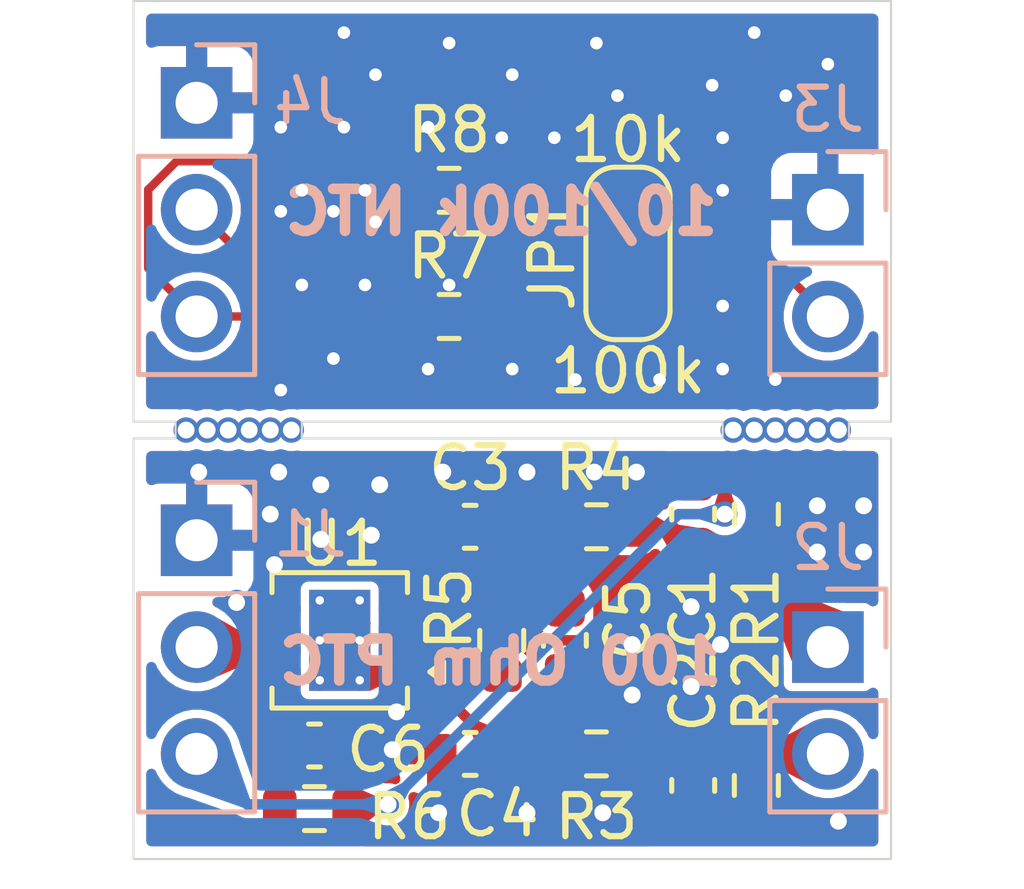
<source format=kicad_pcb>
(kicad_pcb (version 20241229) (generator "pcbnew") (generator_version "9.0")
  (title_block (comment 4 "AISLER Project ID: OCCKXQFT"))
  (layers (0 "F.Cu" signal) (2 "B.Cu" signal) (13 "F.Paste" user) (15 "B.Paste" user) (5 "F.SilkS" user "F.Silkscreen") (7 "B.SilkS" user "B.Silkscreen") (1 "F.Mask" user) (3 "B.Mask" user) (25 "Edge.Cuts" user))
  (net 0 "")
  (net 1 "+3.3V")
  (net 2 "Net-(J2-Pin_2)")
  (net 3 "GND")
  (net 4 "Net-(J2-Pin_1)")
  (net 5 "Net-(U1-+)")
  (net 6 "Net-(U1-+Vs)")
  (net 7 "Net-(J1-Pin_2)")
  (net 8 "Net-(R5-Pad1)")
  (net 9 "Net-(R5-Pad2)")
  (net 10 "Net-(C4-Pad1)")
  (net 11 "Net-(J3-Pin_2)")
  (net 12 "Net-(JP1-B)")
  (net 13 "Net-(JP1-A)")
  (footprint "Capacitor_SMD:C_0603_1608Metric" (layer "F.Cu") (at 142.5 98.7)
    (property "Reference" "C6" (at 1.75 0.1 0) (layer "F.SilkS"))
    (property "Value" "100n")
    (fp_line (start -0.14058 -0.51) (end 0.14058 -0.51) (stroke (width 0.12)) (layer "F.SilkS"))
    (fp_line (start -0.14058 0.51) (end 0.14058 0.51) (stroke (width 0.12)) (layer "F.SilkS"))
    (pad "1" smd roundrect (at -0.775 0) (size 0.9 0.95) (layers "F.Cu" "F.Mask" "F.Paste") (net 6 "Net-(U1-+Vs)"))
    (pad "2" smd roundrect (at 0.775 0) (size 0.9 0.95) (layers "F.Cu" "F.Mask" "F.Paste") (net 3 "GND"))
  )
  (footprint "Capacitor_SMD:C_0603_1608Metric" (layer "F.Cu") (at 151.5 93.2 -90)
    (property "Reference" "C1" (at 2.25 0 90) (layer "F.SilkS"))
    (property "Value" "100n")
    (fp_line (start -0.14058 0.51) (end 0.14058 0.51) (stroke (width 0.12)) (layer "F.SilkS"))
    (fp_line (start -0.14058 -0.51) (end 0.14058 -0.51) (stroke (width 0.12)) (layer "F.SilkS"))
    (pad "1" smd roundrect (at -0.775 0 270) (size 0.9 0.95) (layers "F.Cu" "F.Mask" "F.Paste") (net 1 "+3.3V"))
    (pad "2" smd roundrect (at 0.775 0 270) (size 0.9 0.95) (layers "F.Cu" "F.Mask" "F.Paste") (net 4 "Net-(J2-Pin_1)"))
  )
  (footprint "Resistor_SMD:R_0603_1608Metric" (layer "F.Cu") (at 142.5 100.2 180)
    (property "Reference" "R6" (at -2.25 -0.2 0) (layer "F.SilkS"))
    (property "Value" "100R")
    (fp_line (start -0.237258 0.5225) (end 0.237258 0.5225) (stroke (width 0.12)) (layer "F.SilkS"))
    (fp_line (start -0.237258 -0.5225) (end 0.237258 -0.5225) (stroke (width 0.12)) (layer "F.SilkS"))
    (pad "1" smd roundrect (at -0.825 0 180) (size 0.8 0.95) (layers "F.Cu" "F.Mask" "F.Paste") (net 1 "+3.3V"))
    (pad "2" smd roundrect (at 0.825 0 180) (size 0.8 0.95) (layers "F.Cu" "F.Mask" "F.Paste") (net 6 "Net-(U1-+Vs)"))
  )
  (footprint "Resistor_SMD:R_0603_1608Metric" (layer "F.Cu") (at 145.7 88.5)
    (property "Reference" "R7" (at 0 -1.43 0) (layer "F.SilkS"))
    (property "Value" "100k")
    (fp_line (start -0.237258 -0.5225) (end 0.237258 -0.5225) (stroke (width 0.12)) (layer "F.SilkS"))
    (fp_line (start -0.237258 0.5225) (end 0.237258 0.5225) (stroke (width 0.12)) (layer "F.SilkS"))
    (pad "1" smd roundrect (at -0.825 0) (size 0.8 0.95) (layers "F.Cu" "F.Mask" "F.Paste") (net 1 "+3.3V"))
    (pad "2" smd roundrect (at 0.825 0) (size 0.8 0.95) (layers "F.Cu" "F.Mask" "F.Paste") (net 13 "Net-(JP1-A)"))
  )
  (footprint "Resistor_SMD:R_0603_1608Metric" (layer "F.Cu") (at 149.2 98.9)
    (property "Reference" "R3" (at 0 1.5 0) (layer "F.SilkS"))
    (property "Value" "10k")
    (fp_line (start -0.237258 -0.5225) (end 0.237258 -0.5225) (stroke (width 0.12)) (layer "F.SilkS"))
    (fp_line (start -0.237258 0.5225) (end 0.237258 0.5225) (stroke (width 0.12)) (layer "F.SilkS"))
    (pad "1" smd roundrect (at -0.825 0) (size 0.8 0.95) (layers "F.Cu" "F.Mask" "F.Paste") (net 10 "Net-(C4-Pad1)"))
    (pad "2" smd roundrect (at 0.825 0) (size 0.8 0.95) (layers "F.Cu" "F.Mask" "F.Paste") (net 2 "Net-(J2-Pin_2)"))
  )
  (footprint "Jumper:SolderJumper-3_P1.3mm_Open_RoundedPad1.0x1.5mm_NumberLabels" (layer "F.Cu") (at 149.95 87 90)
    (property "Reference" "JP1" (at 0 -1.8 90) (layer "F.SilkS"))
    (property "Value" "SolderJumper")
    (fp_line (start -1.4 -1) (end 1.4 -1) (stroke (width 0.12)) (layer "F.SilkS"))
    (fp_line (start 2.05 -0.3) (end 2.05 0.3) (stroke (width 0.12)) (layer "F.SilkS"))
    (fp_line (start -2.05 0.3) (end -2.05 -0.3) (stroke (width 0.12)) (layer "F.SilkS"))
    (fp_line (start 1.4 1) (end -1.4 1) (stroke (width 0.12)) (layer "F.SilkS"))
    (fp_arc (start 1.35 -1) (mid 1.844975 -0.794975) (end 2.05 -0.3) (stroke (width 0.12)) (layer "F.SilkS"))
    (fp_arc (start -2.05 -0.3) (mid -1.844975 -0.794975) (end -1.35 -1) (stroke (width 0.12)) (layer "F.SilkS"))
    (fp_arc (start 2.05 0.3) (mid 1.844975 0.794975) (end 1.35 1) (stroke (width 0.12)) (layer "F.SilkS"))
    (fp_arc (start -1.35 1) (mid -1.844975 0.794975) (end -2.05 0.3) (stroke (width 0.12)) (layer "F.SilkS"))
    (fp_text user "100k" (at -2.8 0 180) (layer "F.SilkS"))
    (fp_text user "10k" (at 2.7 0 180) (layer "F.SilkS"))
    (pad "1" smd custom (at -1.3 0 90) (size 1 0.5) (layers "F.Cu" "F.Mask") (net 13 "Net-(JP1-A)") (options (clearance outline) (anchor rect)) (primitives (gr_circle (center 0 0.25) (end 0.5 0.25) (width 0) (fill yes)) (gr_circle (center 0 -0.25) (end 0.5 -0.25) (width 0) (fill yes)) (gr_poly (pts (xy 0.55 0.75) (xy 0 0.75) (xy 0 -0.75) (xy 0.55 -0.75)) (width 0) (fill yes))))
    (pad "2" smd rect (at 0 0 90) (size 1 1.5) (layers "F.Cu" "F.Mask") (net 11 "Net-(J3-Pin_2)"))
    (pad "3" smd custom (at 1.3 0 90) (size 1 0.5) (layers "F.Cu" "F.Mask") (net 12 "Net-(JP1-B)") (options (clearance outline) (anchor rect)) (primitives (gr_circle (center 0 0.25) (end 0.5 0.25) (width 0) (fill yes)) (gr_circle (center 0 -0.25) (end 0.5 -0.25) (width 0) (fill yes)) (gr_poly (pts (xy 0 0.75) (xy -0.55 0.75) (xy -0.55 -0.75) (xy 0 -0.75)) (width 0) (fill yes))))
  )
  (footprint "Resistor_SMD:R_0603_1608Metric" (layer "F.Cu") (at 146.95 96.2 90)
    (property "Reference" "R5" (at 0.75 -1.25 90) (layer "F.SilkS"))
    (property "Value" "5k49")
    (fp_line (start -0.237258 -0.5225) (end 0.237258 -0.5225) (stroke (width 0.12)) (layer "F.SilkS"))
    (fp_line (start -0.237258 0.5225) (end 0.237258 0.5225) (stroke (width 0.12)) (layer "F.SilkS"))
    (pad "1" smd roundrect (at -0.825 0 90) (size 0.8 0.95) (layers "F.Cu" "F.Mask" "F.Paste") (net 8 "Net-(R5-Pad1)"))
    (pad "2" smd roundrect (at 0.825 0 90) (size 0.8 0.95) (layers "F.Cu" "F.Mask" "F.Paste") (net 9 "Net-(R5-Pad2)"))
  )
  (footprint "Resistor_SMD:R_0603_1608Metric" (layer "F.Cu") (at 145.7 85.5)
    (property "Reference" "R8" (at 0 -1.43 0) (layer "F.SilkS"))
    (property "Value" "10k")
    (fp_line (start -0.237258 -0.5225) (end 0.237258 -0.5225) (stroke (width 0.12)) (layer "F.SilkS"))
    (fp_line (start -0.237258 0.5225) (end 0.237258 0.5225) (stroke (width 0.12)) (layer "F.SilkS"))
    (pad "1" smd roundrect (at -0.825 0) (size 0.8 0.95) (layers "F.Cu" "F.Mask" "F.Paste") (net 1 "+3.3V"))
    (pad "2" smd roundrect (at 0.825 0) (size 0.8 0.95) (layers "F.Cu" "F.Mask" "F.Paste") (net 12 "Net-(JP1-B)"))
  )
  (footprint "Capacitor_SMD:C_0603_1608Metric" (layer "F.Cu") (at 146.2 93.5)
    (property "Reference" "C3" (at 0 -1.4 0) (layer "F.SilkS"))
    (property "Value" "100n")
    (fp_line (start -0.14058 -0.51) (end 0.14058 -0.51) (stroke (width 0.12)) (layer "F.SilkS"))
    (fp_line (start -0.14058 0.51) (end 0.14058 0.51) (stroke (width 0.12)) (layer "F.SilkS"))
    (pad "1" smd roundrect (at -0.775 0) (size 0.9 0.95) (layers "F.Cu" "F.Mask" "F.Paste") (net 3 "GND"))
    (pad "2" smd roundrect (at 0.775 0) (size 0.9 0.95) (layers "F.Cu" "F.Mask" "F.Paste") (net 5 "Net-(U1-+)"))
  )
  (footprint "Resistor_SMD:R_0603_1608Metric" (layer "F.Cu") (at 153 93.2 -90)
    (property "Reference" "R1" (at 2.25 0 90) (layer "F.SilkS"))
    (property "Value" "2k2")
    (fp_line (start -0.237258 0.5225) (end 0.237258 0.5225) (stroke (width 0.12)) (layer "F.SilkS"))
    (fp_line (start -0.237258 -0.5225) (end 0.237258 -0.5225) (stroke (width 0.12)) (layer "F.SilkS"))
    (pad "1" smd roundrect (at -0.825 0 270) (size 0.8 0.95) (layers "F.Cu" "F.Mask" "F.Paste") (net 1 "+3.3V"))
    (pad "2" smd roundrect (at 0.825 0 270) (size 0.8 0.95) (layers "F.Cu" "F.Mask" "F.Paste") (net 4 "Net-(J2-Pin_1)"))
  )
  (footprint "Resistor_SMD:R_0603_1608Metric" (layer "F.Cu") (at 153 99.65 -90)
    (property "Reference" "R2" (at -2.25 0 90) (layer "F.SilkS"))
    (property "Value" "2k2")
    (fp_line (start -0.237258 0.5225) (end 0.237258 0.5225) (stroke (width 0.12)) (layer "F.SilkS"))
    (fp_line (start -0.237258 -0.5225) (end 0.237258 -0.5225) (stroke (width 0.12)) (layer "F.SilkS"))
    (pad "1" smd roundrect (at -0.825 0 270) (size 0.8 0.95) (layers "F.Cu" "F.Mask" "F.Paste") (net 2 "Net-(J2-Pin_2)"))
    (pad "2" smd roundrect (at 0.825 0 270) (size 0.8 0.95) (layers "F.Cu" "F.Mask" "F.Paste") (net 3 "GND"))
  )
  (footprint "Resistor_SMD:R_0603_1608Metric" (layer "F.Cu") (at 149.2 93.5)
    (property "Reference" "R4" (at 0 -1.4 0) (layer "F.SilkS"))
    (property "Value" "10k")
    (fp_line (start -0.237258 -0.5225) (end 0.237258 -0.5225) (stroke (width 0.12)) (layer "F.SilkS"))
    (fp_line (start -0.237258 0.5225) (end 0.237258 0.5225) (stroke (width 0.12)) (layer "F.SilkS"))
    (pad "1" smd roundrect (at -0.825 0) (size 0.8 0.95) (layers "F.Cu" "F.Mask" "F.Paste") (net 5 "Net-(U1-+)"))
    (pad "2" smd roundrect (at 0.825 0) (size 0.8 0.95) (layers "F.Cu" "F.Mask" "F.Paste") (net 4 "Net-(J2-Pin_1)"))
  )
  (footprint "Package_SON:WSON-8-1EP_3x3mm_P0.5mm_EP1.45x2.4mm_ThermalVias" (layer "F.Cu") (at 143.1 96.2 180)
    (property "Reference" "U1" (at 0 2.3 0) (layer "F.SilkS"))
    (property "Value" "INA826AIDRGR")
    (fp_line (start 1.61 1.61) (end -1.61 1.61) (stroke (width 0.12)) (layer "F.SilkS"))
    (fp_line (start 1.61 1.135) (end 1.61 1.61) (stroke (width 0.12)) (layer "F.SilkS"))
    (fp_line (start 1.61 -1.61) (end 1.61 -1.135) (stroke (width 0.12)) (layer "F.SilkS"))
    (fp_line (start -1.61 1.61) (end -1.61 1.135) (stroke (width 0.12)) (layer "F.SilkS"))
    (fp_line (start -1.61 -1.135) (end -1.61 -1.61) (stroke (width 0.12)) (layer "F.SilkS"))
    (fp_line (start -1.61 -1.61) (end 1.61 -1.61) (stroke (width 0.12)) (layer "F.SilkS"))
    (fp_poly (pts (xy -2.14 -0.75) (xy -2.47 -0.51) (xy -2.47 -0.99)) (stroke (width 0.12)) (fill yes) (layer "F.SilkS"))
    (pad "1" smd roundrect (at -1.4 -0.75 180) (size 0.95 0.25) (layers "F.Cu" "F.Mask" "F.Paste") (net 10 "Net-(C4-Pad1)"))
    (pad "2" smd roundrect (at -1.4 -0.25 180) (size 0.95 0.25) (layers "F.Cu" "F.Mask" "F.Paste") (net 8 "Net-(R5-Pad1)"))
    (pad "3" smd roundrect (at -1.4 0.25 180) (size 0.95 0.25) (layers "F.Cu" "F.Mask" "F.Paste") (net 9 "Net-(R5-Pad2)"))
    (pad "4" smd roundrect (at -1.4 0.75 180) (size 0.95 0.25) (layers "F.Cu" "F.Mask" "F.Paste") (net 5 "Net-(U1-+)"))
    (pad "5" smd roundrect (at 1.4 0.75 180) (size 0.95 0.25) (layers "F.Cu" "F.Mask" "F.Paste") (net 3 "GND"))
    (pad "6" smd roundrect (at 1.4 0.25 180) (size 0.95 0.25) (layers "F.Cu" "F.Mask" "F.Paste") (net 3 "GND"))
    (pad "7" smd roundrect (at 1.4 -0.25 180) (size 0.95 0.25) (layers "F.Cu" "F.Mask" "F.Paste") (net 7 "Net-(J1-Pin_2)"))
    (pad "8" smd roundrect (at 1.4 -0.75 180) (size 0.95 0.25) (layers "F.Cu" "F.Mask" "F.Paste") (net 6 "Net-(U1-+Vs)"))
    (pad "9" thru_hole circle (at -0.475 -0.95 180) (size 0.5 0.5) (drill 0.2) (property pad_prop_heatsink) (layers "*.Cu") (net 10 "Net-(C4-Pad1)"))
    (pad "9" thru_hole circle (at -0.475 0 180) (size 0.5 0.5) (drill 0.2) (property pad_prop_heatsink) (layers "*.Cu") (net 10 "Net-(C4-Pad1)"))
    (pad "9" thru_hole circle (at -0.475 0.95 180) (size 0.5 0.5) (drill 0.2) (property pad_prop_heatsink) (layers "*.Cu") (net 10 "Net-(C4-Pad1)"))
    (pad "9" smd rect (at 0 0 180) (size 1.45 2.4) (property pad_prop_heatsink) (layers "F.Cu" "F.Mask") (net 10 "Net-(C4-Pad1)"))
    (pad "9" smd rect (at 0 0 180) (size 1.45 2.4) (property pad_prop_heatsink) (layers "B.Cu") (net 10 "Net-(C4-Pad1)"))
    (pad "9" thru_hole circle (at 0.475 -0.95 180) (size 0.5 0.5) (drill 0.2) (property pad_prop_heatsink) (layers "*.Cu") (net 10 "Net-(C4-Pad1)"))
    (pad "9" thru_hole circle (at 0.475 0 180) (size 0.5 0.5) (drill 0.2) (property pad_prop_heatsink) (layers "*.Cu") (net 10 "Net-(C4-Pad1)"))
    (pad "9" thru_hole circle (at 0.475 0.95 180) (size 0.5 0.5) (drill 0.2) (property pad_prop_heatsink) (layers "*.Cu") (net 10 "Net-(C4-Pad1)"))
  )
  (footprint "Capacitor_SMD:C_0603_1608Metric" (layer "F.Cu") (at 151.5 99.65 -90)
    (property "Reference" "C2" (at -2.25 0 90) (layer "F.SilkS"))
    (property "Value" "100n")
    (fp_line (start -0.14058 0.51) (end 0.14058 0.51) (stroke (width 0.12)) (layer "F.SilkS"))
    (fp_line (start -0.14058 -0.51) (end 0.14058 -0.51) (stroke (width 0.12)) (layer "F.SilkS"))
    (pad "1" smd roundrect (at -0.775 0 270) (size 0.9 0.95) (layers "F.Cu" "F.Mask" "F.Paste") (net 2 "Net-(J2-Pin_2)"))
    (pad "2" smd roundrect (at 0.775 0 270) (size 0.9 0.95) (layers "F.Cu" "F.Mask" "F.Paste") (net 3 "GND"))
  )
  (footprint "Capacitor_SMD:C_0603_1608Metric" (layer "F.Cu") (at 148.45 96.2 -90)
    (property "Reference" "C5" (at -0.5 -1.5 90) (layer "F.SilkS"))
    (property "Value" "1µ")
    (fp_line (start -0.14058 0.51) (end 0.14058 0.51) (stroke (width 0.12)) (layer "F.SilkS"))
    (fp_line (start -0.14058 -0.51) (end 0.14058 -0.51) (stroke (width 0.12)) (layer "F.SilkS"))
    (pad "1" smd roundrect (at -0.775 0 270) (size 0.9 0.95) (layers "F.Cu" "F.Mask" "F.Paste") (net 5 "Net-(U1-+)"))
    (pad "2" smd roundrect (at 0.775 0 270) (size 0.9 0.95) (layers "F.Cu" "F.Mask" "F.Paste") (net 10 "Net-(C4-Pad1)"))
  )
  (footprint "Capacitor_SMD:C_0603_1608Metric" (layer "F.Cu") (at 146.2 98.9 180)
    (property "Reference" "C4" (at -0.65 -1.43 0) (layer "F.SilkS"))
    (property "Value" "100n")
    (fp_line (start -0.14058 0.51) (end 0.14058 0.51) (stroke (width 0.12)) (layer "F.SilkS"))
    (fp_line (start -0.14058 -0.51) (end 0.14058 -0.51) (stroke (width 0.12)) (layer "F.SilkS"))
    (pad "1" smd roundrect (at -0.775 0 180) (size 0.9 0.95) (layers "F.Cu" "F.Mask" "F.Paste") (net 10 "Net-(C4-Pad1)"))
    (pad "2" smd roundrect (at 0.775 0 180) (size 0.9 0.95) (layers "F.Cu" "F.Mask" "F.Paste") (net 3 "GND"))
  )
  (footprint "Connector_PinHeader_2.54mm:PinHeader_1x02_P2.54mm_Vertical" (layer "B.Cu") (at 154.7 96.36 180)
    (property "Reference" "J2" (at 0 2.36 0) (layer "B.SilkS") (effects (justify mirror)))
    (property "Value" "Conn_01x02")
    (fp_line (start 1.38 -1.27) (end 1.38 -3.92) (stroke (width 0.12)) (layer "B.SilkS"))
    (fp_line (start -1.38 1.38) (end 0 1.38) (stroke (width 0.12)) (layer "B.SilkS"))
    (fp_line (start -1.38 0) (end -1.38 1.38) (stroke (width 0.12)) (layer "B.SilkS"))
    (fp_line (start -1.38 -1.27) (end 1.38 -1.27) (stroke (width 0.12)) (layer "B.SilkS"))
    (fp_line (start -1.38 -1.27) (end -1.38 -3.92) (stroke (width 0.12)) (layer "B.SilkS"))
    (fp_line (start -1.38 -3.92) (end 1.38 -3.92) (stroke (width 0.12)) (layer "B.SilkS"))
    (pad "1" thru_hole rect (at 0 0 180) (size 1.7 1.7) (drill 1) (layers "*.Cu" "*.Mask") (net 4 "Net-(J2-Pin_1)"))
    (pad "2" thru_hole circle (at 0 -2.54 180) (size 1.7 1.7) (drill 1) (layers "*.Cu" "*.Mask") (net 2 "Net-(J2-Pin_2)"))
  )
  (footprint "Connector_PinHeader_2.54mm:PinHeader_1x03_P2.54mm_Vertical" (layer "B.Cu") (at 139.7 83.42 180)
    (property "Reference" "J4" (at -2.7 0.02 0) (layer "B.SilkS") (effects (justify mirror)))
    (property "Value" "Conn_01x03")
    (fp_line (start 1.38 -1.27) (end 1.38 -6.46) (stroke (width 0.12)) (layer "B.SilkS"))
    (fp_line (start -1.38 1.38) (end 0 1.38) (stroke (width 0.12)) (layer "B.SilkS"))
    (fp_line (start -1.38 0) (end -1.38 1.38) (stroke (width 0.12)) (layer "B.SilkS"))
    (fp_line (start -1.38 -1.27) (end 1.38 -1.27) (stroke (width 0.12)) (layer "B.SilkS"))
    (fp_line (start -1.38 -1.27) (end -1.38 -6.46) (stroke (width 0.12)) (layer "B.SilkS"))
    (fp_line (start -1.38 -6.46) (end 1.38 -6.46) (stroke (width 0.12)) (layer "B.SilkS"))
    (pad "1" thru_hole rect (at 0 0 180) (size 1.7 1.7) (drill 1) (layers "*.Cu" "*.Mask") (net 3 "GND"))
    (pad "2" thru_hole circle (at 0 -2.54 180) (size 1.7 1.7) (drill 1) (layers "*.Cu" "*.Mask") (net 11 "Net-(J3-Pin_2)"))
    (pad "3" thru_hole circle (at 0 -5.08 180) (size 1.7 1.7) (drill 1) (layers "*.Cu" "*.Mask") (net 1 "+3.3V"))
  )
  (footprint "Connector_PinHeader_2.54mm:PinHeader_1x03_P2.54mm_Vertical" (layer "B.Cu") (at 139.7 93.82 180)
    (property "Reference" "J1" (at -2.7 0.14 180) (layer "B.SilkS") (effects (justify mirror)))
    (property "Value" "Conn_01x03")
    (fp_line (start 1.38 -1.27) (end 1.38 -6.46) (stroke (width 0.12)) (layer "B.SilkS"))
    (fp_line (start -1.38 1.38) (end 0 1.38) (stroke (width 0.12)) (layer "B.SilkS"))
    (fp_line (start -1.38 0) (end -1.38 1.38) (stroke (width 0.12)) (layer "B.SilkS"))
    (fp_line (start -1.38 -1.27) (end 1.38 -1.27) (stroke (width 0.12)) (layer "B.SilkS"))
    (fp_line (start -1.38 -1.27) (end -1.38 -6.46) (stroke (width 0.12)) (layer "B.SilkS"))
    (fp_line (start -1.38 -6.46) (end 1.38 -6.46) (stroke (width 0.12)) (layer "B.SilkS"))
    (pad "1" thru_hole rect (at 0 0 180) (size 1.7 1.7) (drill 1) (layers "*.Cu" "*.Mask") (net 3 "GND"))
    (pad "2" thru_hole circle (at 0 -2.54 180) (size 1.7 1.7) (drill 1) (layers "*.Cu" "*.Mask") (net 7 "Net-(J1-Pin_2)"))
    (pad "3" thru_hole circle (at 0 -5.08 180) (size 1.7 1.7) (drill 1) (layers "*.Cu" "*.Mask") (net 1 "+3.3V"))
  )
  (footprint "Connector_PinHeader_2.54mm:PinHeader_1x02_P2.54mm_Vertical" (layer "B.Cu") (at 154.7 85.96 180)
    (property "Reference" "J3" (at 0 2.38 0) (layer "B.SilkS") (effects (justify mirror)))
    (property "Value" "Conn_01x02")
    (fp_line (start 1.38 -1.27) (end 1.38 -3.92) (stroke (width 0.12)) (layer "B.SilkS"))
    (fp_line (start -1.38 1.38) (end 0 1.38) (stroke (width 0.12)) (layer "B.SilkS"))
    (fp_line (start -1.38 0) (end -1.38 1.38) (stroke (width 0.12)) (layer "B.SilkS"))
    (fp_line (start -1.38 -1.27) (end 1.38 -1.27) (stroke (width 0.12)) (layer "B.SilkS"))
    (fp_line (start -1.38 -1.27) (end -1.38 -3.92) (stroke (width 0.12)) (layer "B.SilkS"))
    (fp_line (start -1.38 -3.92) (end 1.38 -3.92) (stroke (width 0.12)) (layer "B.SilkS"))
    (pad "1" thru_hole rect (at 0 0 180) (size 1.7 1.7) (drill 1) (layers "*.Cu" "*.Mask") (net 3 "GND"))
    (pad "2" thru_hole circle (at 0 -2.54 180) (size 1.7 1.7) (drill 1) (layers "*.Cu" "*.Mask") (net 11 "Net-(J3-Pin_2)"))
  )
  (gr_line (start 138.2 81) (end 156.2 81) (stroke (width 0.05)) (layer "Edge.Cuts"))
  (gr_line (start 138.2 91) (end 138.2 81) (stroke (width 0.05)) (layer "Edge.Cuts"))
  (gr_line (start 138.2 101.4) (end 138.2 91.4) (stroke (width 0.05)) (layer "Edge.Cuts"))
  (gr_line (start 156.2 101.4) (end 138.2 101.4) (stroke (width 0.05)) (layer "Edge.Cuts"))
  (gr_line (start 139.2 91) (end 139.2 91.4) (stroke (width 0.05)) (layer "Edge.Cuts"))
  (gr_line (start 156.2 91) (end 155.2 91) (stroke (width 0.05)) (layer "Edge.Cuts"))
  (gr_line (start 156.2 81) (end 156.2 91) (stroke (width 0.05)) (layer "Edge.Cuts"))
  (gr_rect (start 142.2 91) (end 152.2 91.4) (stroke (width 0.05)) (fill no) (layer "Edge.Cuts"))
  (gr_line (start 156.2 91.4) (end 156.2 101.4) (stroke (width 0.05)) (layer "Edge.Cuts"))
  (gr_line (start 139.2 91) (end 138.2 91) (stroke (width 0.05)) (layer "Edge.Cuts"))
  (gr_line (start 138.2 91.4) (end 139.2 91.4) (stroke (width 0.05)) (layer "Edge.Cuts"))
  (gr_line (start 155.2 91.4) (end 156.2 91.4) (stroke (width 0.05)) (layer "Edge.Cuts"))
  (gr_line (start 155.2 91) (end 155.2 91.4) (stroke (width 0.05)) (layer "Edge.Cuts"))
  (gr_text "100 Ohm PTC\n\n" (at 152.3 98.9 0) (layer "B.SilkS") (effects (font (size 1 1) (thickness 0.25) (bold yes)) (justify left bottom mirror)))
  (gr_text "10/100k NTC\n" (at 152.2 86.6 0) (layer "B.SilkS") (effects (font (size 1 1) (thickness 0.25) (bold yes)) (justify left bottom mirror)))
  (via (at 140.95 91.2) (size 0.6) (drill 0.4) (layers "F.Cu" "B.Cu") (net 0))
  (via (at 152.45 91.2) (size 0.6) (drill 0.4) (layers "F.Cu" "B.Cu") (net 0))
  (via (at 139.95 91.2) (size 0.6) (drill 0.4) (layers "F.Cu" "B.Cu") (net 0))
  (via (at 152.95 91.2) (size 0.6) (drill 0.4) (layers "F.Cu" "B.Cu") (net 0))
  (via (at 141.45 91.2) (size 0.6) (drill 0.4) (layers "F.Cu" "B.Cu") (net 0))
  (via (at 154.45 91.2) (size 0.6) (drill 0.4) (layers "F.Cu" "B.Cu") (net 0))
  (via (at 154.95 91.2) (size 0.6) (drill 0.4) (layers "F.Cu" "B.Cu") (net 0))
  (via (at 153.95 91.2) (size 0.6) (drill 0.4) (layers "F.Cu" "B.Cu") (net 0))
  (via (at 153.45 91.2) (size 0.6) (drill 0.4) (layers "F.Cu" "B.Cu") (net 0))
  (via (at 141.95 91.2) (size 0.6) (drill 0.4) (layers "F.Cu" "B.Cu") (net 0))
  (via (at 140.45 91.2) (size 0.6) (drill 0.4) (layers "F.Cu" "B.Cu") (net 0))
  (via (at 139.45 91.2) (size 0.6) (drill 0.4) (layers "F.Cu" "B.Cu") (net 0))
  (segment (start 144.25 100.1) (end 143.425 100.1) (width 0.25) (layer "F.Cu") (net 1))
  (segment (start 139.22324 84.809) (end 138.549 85.48324) (width 0.2) (layer "F.Cu") (net 1))
  (segment (start 152.95 92.425) (end 153 92.375) (width 0.25) (layer "F.Cu") (net 1))
  (segment (start 144.184 84.809) (end 139.22324 84.809) (width 0.2) (layer "F.Cu") (net 1))
  (segment (start 152.25 92.425) (end 152.25 93.2) (width 0.25) (layer "F.Cu") (net 1))
  (segment (start 151.5 92.425) (end 152.25 92.425) (width 0.25) (layer "F.Cu") (net 1))
  (segment (start 144.875 88.5) (end 139.7 88.5) (width 0.2) (layer "F.Cu") (net 1))
  (segment (start 138.549 87.349) (end 139.7 88.5) (width 0.2) (layer "F.Cu") (net 1))
  (segment (start 138.549 85.48324) (end 138.549 87.349) (width 0.2) (layer "F.Cu") (net 1))
  (segment (start 143.425 100.1) (end 143.325 100.2) (width 0.25) (layer "F.Cu") (net 1))
  (segment (start 152.25 92.425) (end 152.95 92.425) (width 0.25) (layer "F.Cu") (net 1))
  (segment (start 144.875 85.5) (end 144.184 84.809) (width 0.2) (layer "F.Cu") (net 1))
  (via (at 144.25 100.1) (size 0.6) (drill 0.4) (layers "F.Cu" "B.Cu") (net 1))
  (via (at 152.25 93.2) (size 0.6) (drill 0.4) (layers "F.Cu" "B.Cu") (net 1))
  (segment (start 144.25 100.1) (end 140.9 100.1) (width 0.25) (layer "B.Cu") (net 1))
  (segment (start 152.25 93.2) (end 151.15 93.2) (width 0.25) (layer "B.Cu") (net 1))
  (segment (start 151.15 93.2) (end 144.25 100.1) (width 0.25) (layer "B.Cu") (net 1))
  (segment (start 140.9 100.1) (end 139.7 98.9) (width 0.25) (layer "B.Cu") (net 1))
  (segment (start 154.7 98.9) (end 153.075 98.9) (width 0.25) (layer "F.Cu") (net 2))
  (segment (start 151.55 98.825) (end 151.5 98.875) (width 0.25) (layer "F.Cu") (net 2))
  (segment (start 153.075 98.9) (end 153 98.825) (width 0.25) (layer "F.Cu") (net 2))
  (segment (start 153 98.825) (end 151.55 98.825) (width 0.25) (layer "F.Cu") (net 2))
  (segment (start 151.5 98.875) (end 150.05 98.875) (width 0.25) (layer "F.Cu") (net 2))
  (segment (start 150.05 98.875) (end 150.025 98.9) (width 0.25) (layer "F.Cu") (net 2))
  (segment (start 141.7 95.95) (end 141.7 95.45) (width 0.2) (layer "F.Cu") (net 3))
  (segment (start 141.7 95.95) (end 141.3 95.95) (width 0.2) (layer "F.Cu") (net 3))
  (segment (start 141.3 95.95) (end 140.65 95.3) (width 0.2) (layer "F.Cu") (net 3))
  (via (at 141.7 86) (size 0.6) (drill 0.3) (layers "F.Cu" "B.Cu") (net 3))
  (via (at 148.2 84.25) (size 0.6) (drill 0.3) (layers "F.Cu" "B.Cu") (net 3))
  (via (at 152.2 89.75) (size 0.6) (drill 0.3) (layers "F.Cu" "B.Cu") (net 3))
  (via (at 150.15 92.2) (size 0.6) (drill 0.4) (layers "F.Cu" "B.Cu") (net 3))
  (via (at 145.45 100.3) (size 0.6) (drill 0.4) (layers "F.Cu" "B.Cu") (net 3))
  (via (at 150.05 96.3) (size 0.6) (drill 0.4) (layers "F.Cu" "B.Cu") (net 3))
  (via (at 150.7 90) (size 0.6) (drill 0.3) (layers "F.Cu" "B.Cu") (net 3))
  (via (at 146.95 84.25) (size 0.6) (drill 0.3) (layers "F.Cu" "B.Cu") (net 3))
  (via (at 142.2 85.5) (size 0.6) (drill 0.3) (layers "F.Cu" "B.Cu") (net 3))
  (via (at 142.2 87.75) (size 0.6) (drill 0.3) (layers "F.Cu" "B.Cu") (net 3))
  (via (at 141.7 90.25) (size 0.6) (drill 0.3) (layers "F.Cu" "B.Cu") (net 3))
  (via (at 152.95 81.75) (size 0.6) (drill 0.3) (layers "F.Cu" "B.Cu") (net 3))
  (via (at 143.85 93.7) (size 0.6) (drill 0.4) (layers "F.Cu" "B.Cu") (net 3))
  (via (at 151.45 95.4) (size 0.6) (drill 0.4) (layers "F.Cu" "B.Cu") (net 3))
  (via (at 142.65 93.8) (size 0.6) (drill 0.4) (layers "F.Cu" "B.Cu") (net 3))
  (via (at 144.05 92.5) (size 0.6) (drill 0.4) (layers "F.Cu" "B.Cu") (net 3))
  (via (at 149.35 100.3) (size 0.6) (drill 0.4) (layers "F.Cu" "B.Cu") (net 3))
  (via (at 141.45 93.2) (size 0.6) (drill 0.4) (layers "F.Cu" "B.Cu") (net 3))
  (via (at 141.65 92.2) (size 0.6) (drill 0.4) (layers "F.Cu" "B.Cu") (net 3))
  (via (at 141.55 94.4) (size 0.6) (drill 0.4) (layers "F.Cu" "B.Cu") (net 3))
  (via (at 147.2 82.75) (size 0.6) (drill 0.3) (layers "F.Cu" "B.Cu") (net 3))
  (via (at 154.45 93) (size 0.6) (drill 0.4) (layers "F.Cu" "B.Cu") (net 3))
  (via (at 145.7 82) (size 0.6) (drill 0.3) (layers "F.Cu" "B.Cu") (net 3))
  (via (at 145.7 87.75) (size 0.6) (drill 0.3) (layers "F.Cu" "B.Cu") (net 3))
  (via (at 143.95 86.25) (size 0.6) (drill 0.3) (layers "F.Cu" "B.Cu") (net 3))
  (via (at 154.95 100.5) (size 0.6) (drill 0.4) (layers "F.Cu" "B.Cu") (net 3))
  (via (at 145.2 89.75) (size 0.6) (drill 0.3) (layers "F.Cu" "B.Cu") (net 3))
  (via (at 155.55 94.1) (size 0.6) (drill 0.4) (layers "F.Cu" "B.Cu") (net 3))
  (via (at 144.35 98.8) (size 0.6) (drill 0.4) (layers "F.Cu" "B.Cu") (net 3))
  (via (at 140.65 95.3) (size 0.6) (drill 0.4) (layers "F.Cu" "B.Cu") (net 3))
  (via (at 145.55 92.2) (size 0.6) (drill 0.4) (layers "F.Cu" "B.Cu") (net 3))
  (via (at 154.45 94.1) (size 0.6) (drill 0.4) (layers "F.Cu" "B.Cu") (net 3))
  (via (at 143.7 87.75) (size 0.6) (drill 0.3) (layers "F.Cu" "B.Cu") (net 3))
  (via (at 142.95 86) (size 0.6) (drill 0.3) (layers "F.Cu" "B.Cu") (net 3))
  (via (at 149.7 83.25) (size 0.6) (drill 0.3) (layers "F.Cu" "B.Cu") (net 3))
  (via (at 143.95 82.75) (size 0.6) (drill 0.3) (layers "F.Cu" "B.Cu") (net 3))
  (via (at 154.7 82.5) (size 0.6) (drill 0.3) (layers "F.Cu" "B.Cu") (net 3))
  (via (at 153.7 83.25) (size 0.6) (drill 0.3) (layers "F.Cu" "B.Cu") (net 3))
  (via (at 151.45 97.3) (size 0.6) (drill 0.4) (layers "F.Cu" "B.Cu") (net 3))
  (via (at 141.7 84) (size 0.6) (drill 0.3) (layers "F.Cu" "B.Cu") (net 3))
  (via (at 148.7 90) (size 0.6) (drill 0.3) (layers "F.Cu" "B.Cu") (net 3))
  (via (at 144.45 97.9) (size 0.6) (drill 0.4) (layers "F.Cu" "B.Cu") (net 3))
  (via (at 147.55 100.3) (size 0.6) (drill 0.4) (layers "F.Cu" "B.Cu") (net 3))
  (via (at 142.65 92.5) (size 0.6) (drill 0.4) (layers "F.Cu" "B.Cu") (net 3))
  (via (at 143.2 81.75) (size 0.6) (drill 0.3) (layers "F.Cu" "B.Cu") (net 3))
  (via (at 151.95 83) (size 0.6) (drill 0.3) (layers "F.Cu" "B.Cu") (net 3))
  (via (at 150.05 97.5) (size 0.6) (drill 0.4) (layers "F.Cu" "B.Cu") (net 3))
  (via (at 153.45 90) (size 0.6) (drill 0.3) (layers "F.Cu" "B.Cu") (net 3))
  (via (at 152.15 96.3) (size 0.6) (drill 0.4) (layers "F.Cu" "B.Cu") (net 3))
  (via (at 149.2 82) (size 0.6) (drill 0.3) (layers "F.Cu" "B.Cu") (net 3))
  (via (at 139.75 92.2) (size 0.6) (drill 0.4) (layers "F.Cu" "B.Cu") (net 3))
  (via (at 155.55 93) (size 0.6) (drill 0.4) (layers "F.Cu" "B.Cu") (net 3))
  (via (at 142.95 89.5) (size 0.6) (drill 0.3) (layers "F.Cu" "B.Cu") (net 3))
  (via (at 147.2 89.75) (size 0.6) (drill 0.3) (layers "F.Cu" "B.Cu") (net 3))
  (via (at 145.2 84) (size 0.6) (drill 0.3) (layers "F.Cu" "B.Cu") (net 3))
  (via (at 143.7 85.5) (size 0.6) (drill 0.3) (layers "F.Cu" "B.Cu") (net 3))
  (via (at 147.55 92.2) (size 0.6) (drill 0.4) (layers "F.Cu" "B.Cu") (net 3))
  (via (at 143.2 84) (size 0.6) (drill 0.3) (layers "F.Cu" "B.Cu") (net 3))
  (via (at 152.2 84.25) (size 0.6) (drill 0.3) (layers "F.Cu" "B.Cu") (net 3))
  (via (at 149.15 92.2) (size 0.6) (drill 0.4) (layers "F.Cu" "B.Cu") (net 3))
  (via (at 152.2 88.25) (size 0.6) (drill 0.3) (layers "F.Cu" "B.Cu") (net 3))
  (via (at 152.2 85.5) (size 0.6) (drill 0.3) (layers "F.Cu" "B.Cu") (net 3))
  (segment (start 152.95 93.975) (end 153 94.025) (width 0.25) (layer "F.Cu") (net 4))
  (segment (start 151.5 93.975) (end 152.95 93.975) (width 0.25) (layer "F.Cu") (net 4))
  (segment (start 153 94.66) (end 154.7 96.36) (width 0.25) (layer "F.Cu") (net 4))
  (segment (start 151.025 93.5) (end 151.5 93.975) (width 0.25) (layer "F.Cu") (net 4))
  (segment (start 153 94.025) (end 153 94.66) (width 0.25) (layer "F.Cu") (net 4))
  (segment (start 150.025 93.5) (end 151.025 93.5) (width 0.25) (layer "F.Cu") (net 4))
  (segment (start 148.375 95.35) (end 148.45 95.425) (width 0.25) (layer "F.Cu") (net 5))
  (segment (start 148.375 93.5) (end 148.375 95.35) (width 0.25) (layer "F.Cu") (net 5))
  (segment (start 145.025 95.45) (end 144.4 95.45) (width 0.25) (layer "F.Cu") (net 5))
  (segment (start 146.975 93.5) (end 148.375 93.5) (width 0.25) (layer "F.Cu") (net 5))
  (segment (start 146.975 93.5) (end 145.025 95.45) (width 0.25) (layer "F.Cu") (net 5))
  (segment (start 141.725 97.075) (end 141.6 96.95) (width 0.25) (layer "F.Cu") (net 6))
  (segment (start 141.675 98.75) (end 141.725 98.7) (width 0.25) (layer "F.Cu") (net 6))
  (segment (start 141.725 98.7) (end 141.725 97.075) (width 0.25) (layer "F.Cu") (net 6))
  (segment (start 141.675 100.2) (end 141.675 98.75) (width 0.25) (layer "F.Cu") (net 6))
  (segment (start 139.79 96.45) (end 139.7 96.36) (width 0.2) (layer "F.Cu") (net 7))
  (segment (start 141.7 96.45) (end 139.79 96.45) (width 0.2) (layer "F.Cu") (net 7))
  (segment (start 144.4 96.45) (end 146.375 96.45) (width 0.25) (layer "F.Cu") (net 8))
  (segment (start 146.375 96.45) (end 146.95 97.025) (width 0.25) (layer "F.Cu") (net 8))
  (segment (start 144.4 95.95) (end 146.375 95.95) (width 0.25) (layer "F.Cu") (net 9))
  (segment (start 146.375 95.95) (end 146.95 95.375) (width 0.25) (layer "F.Cu") (net 9))
  (segment (start 145.025 96.95) (end 146.975 98.9) (width 0.25) (layer "F.Cu") (net 10))
  (segment (start 143.1 96.2) (end 143.85 96.95) (width 0.25) (layer "F.Cu") (net 10))
  (segment (start 144.4 96.95) (end 145.025 96.95) (width 0.25) (layer "F.Cu") (net 10))
  (segment (start 148.375 98.9) (end 148.375 97.05) (width 0.25) (layer "F.Cu") (net 10))
  (segment (start 146.975 98.9) (end 148.375 98.9) (width 0.25) (layer "F.Cu") (net 10))
  (segment (start 148.375 97.05) (end 148.45 96.975) (width 0.25) (layer "F.Cu") (net 10))
  (segment (start 143.85 96.95) (end 144.5 96.95) (width 0.25) (layer "F.Cu") (net 10))
  (segment (start 140.74 87) (end 139.7 85.96) (width 0.2) (layer "F.Cu") (net 11))
  (segment (start 154.7 88.5) (end 153.2 87) (width 0.2) (layer "F.Cu") (net 11))
  (segment (start 149.95 87) (end 140.74 87) (width 0.2) (layer "F.Cu") (net 11))
  (segment (start 153.2 87) (end 149.95 87) (width 0.2) (layer "F.Cu") (net 11))
  (segment (start 149.95 85.7) (end 146.725 85.7) (width 0.2) (layer "F.Cu") (net 12))
  (segment (start 146.725 85.7) (end 146.525 85.5) (width 0.2) (layer "F.Cu") (net 12))
  (segment (start 149.95 88.3) (end 146.725 88.3) (width 0.2) (layer "F.Cu") (net 13))
  (segment (start 146.725 88.3) (end 146.525 88.5) (width 0.2) (layer "F.Cu") (net 13))
  (zone (net 3) (net_name "GND") (layers "F.Cu" "B.Cu") (name "GND") (connect_pads (clearance 0.2)) (min_thickness 0.25) (fill yes (thermal_gap 0.5) (thermal_bridge_width 0.5))
    (polygon (pts (xy 138.2 91.4) (xy 156.2 91.4) (xy 156.2 101.4) (xy 138.2 101.4)))
  )
  (zone (net 3) (net_name "GND") (layers "F.Cu" "B.Cu") (name "GND") (connect_pads (clearance 0.2)) (min_thickness 0.25) (fill yes (thermal_gap 0.5) (thermal_bridge_width 0.5))
    (polygon (pts (xy 138.2 81) (xy 156.2 81) (xy 156.2 91) (xy 138.2 91)))
  )
)
</source>
